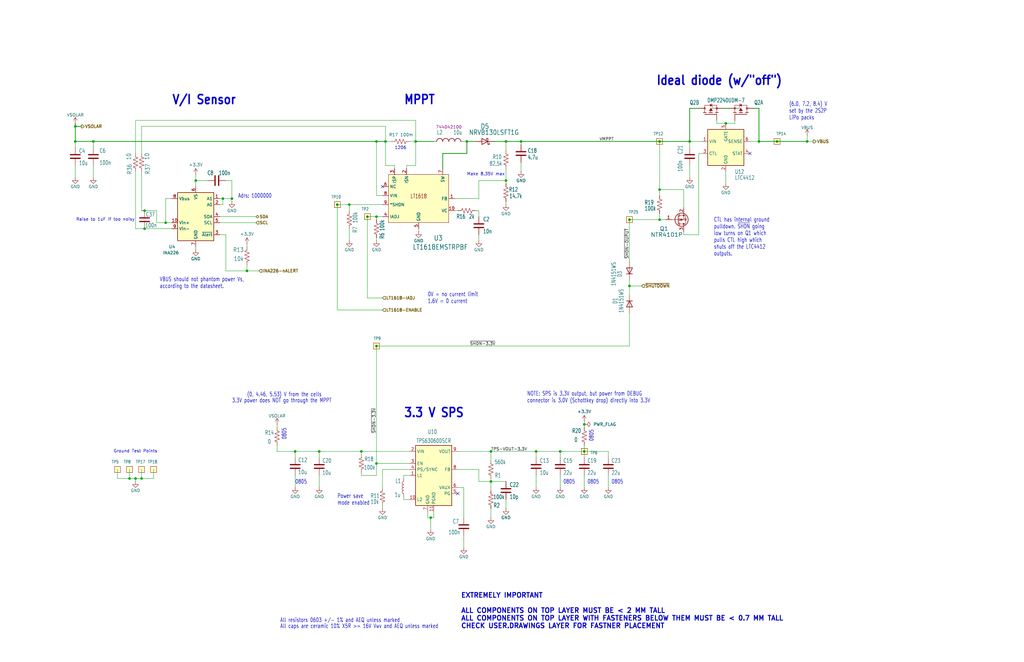
<source format=kicad_sch>
(kicad_sch (version 20250114) (generator "eeschema") (generator_version "9.0")
  (paper "USLedger")
  (title_block (title "OreSat Solar Module: GaAs + MCXN") (date "2026-01-07") (rev "1.0") (company "Portland State Aerospace Society"))
  (text "0805" (at 247.65 204.47 0) (effects (font (size 1.778 1.27)) (justify left bottom)))
  (text "CTL has internal ground\npulldown. ~{SHDN} going\nlow turns on Q1 which\npulls CTL high which\nshuts off the LTC4412\noutputs." (at 300.99 108.204 0) (effects (font (size 1.778 1.27)) (justify left bottom)))
  (text "(0, 4.46, 5.53) V from the cells" (at 104.14 167.64 0) (effects (font (size 1.778 1.27)) (justify left bottom)))
  (text "Ground Test Points" (at 57.15 190.5 0) (effects (font (size 1.27 1.27))))
  (text "Make 8.35V max" (at 196.85 74.295 0) (effects (font (size 1.27 1.27)) (justify left bottom)))
  (text "Raise to 1uF if too noisy" (at 44.45 92.71 0) (effects (font (size 1.27 1.27))))
  (text "All resistors 0603 +/- 1% and AEQ unless marked" (at 118.11 262.89 0) (effects (font (size 1.778 1.27)) (justify left bottom)))
  (text "NOTE: SPS is 3.3V output, but power from DEBUG\nconnector is 3.0V (Schottkey drop) directly into 3.3V" (at 222.25 170.18 0) (effects (font (size 1.778 1.27)) (justify left bottom)))
  (text "0805" (at 120.904 185.674 90) (effects (font (size 1.778 1.27)) (justify left bottom)))
  (text "Power save\nmode enabled" (at 142.24 213.36 0) (effects (font (size 1.778 1.27)) (justify left bottom)))
  (text "3.3 V SPS" (at 170.18 176.53 0) (effects (font (size 3.81 3.2385) (thickness 0.6477) (bold yes)) (justify left bottom)))
  (text "EXTREMELY IMPORTANT\n\nALL COMPONENTS ON TOP LAYER MUST BE < 2 MM TALL\nALL COMPONENTS ON TOP LAYER WITH FASTENERS BELOW THEM MUST BE < 0.7 MM TALL\nCHECK USER.DRAWINGS LAYER FOR FASTNER PLACEMENT\n" (at 194.31 265.43 0) (effects (font (size 2 2) (thickness 0.4) (bold yes)) (justify left bottom)))
  (text "MPPT" (at 170.18 44.45 0) (effects (font (size 3.81 3.2385) (thickness 0.6477) (bold yes)) (justify left bottom)))
  (text "All caps are ceramic 10% X5R >= 16V Vwv and AEQ unless marked" (at 118.11 265.43 0) (effects (font (size 1.778 1.27)) (justify left bottom)))
  (text "Ideal diode (w/\"off\")" (at 276.606 36.322 0) (effects (font (size 3.81 3.2385) (thickness 0.6477) (bold yes)) (justify left bottom)))
  (text "0805" (at 237.49 204.47 0) (effects (font (size 1.778 1.27)) (justify left bottom)))
  (text "0805" (at 124.46 204.47 0) (effects (font (size 1.778 1.27)) (justify left bottom)))
  (text "0805" (at 250.444 186.436 90) (effects (font (size 1.778 1.27)) (justify left bottom)))
  (text "VBUS should not phantom power Vs,\naccording to the datasheet." (at 67.31 121.92 0) (effects (font (size 1.778 1.27)) (justify left bottom)))
  (text "3.3V power does NOT go through the MPPT" (at 97.79 170.18 0) (effects (font (size 1.778 1.27)) (justify left bottom)))
  (text "V/I Sensor" (at 72.39 44.45 0) (effects (font (size 3.81 3.2385) (thickness 0.6477) (bold yes)) (justify left bottom)))
  (text "0V = no current limit\n1.6V = 0 current" (at 180.34 128.27 0) (effects (font (size 1.778 1.27)) (justify left bottom)))
  (text "0805" (at 257.81 204.47 0) (effects (font (size 1.778 1.27)) (justify left bottom)))
  (text "1206" (at 168.91 62.484 0) (effects (font (size 1.27 1.27))))
  (text "Adrs: 1000000" (at 100.33 83.82 0) (effects (font (size 1.778 1.27)) (justify left bottom)))
  (text "(6.0, 7.2, 8.4) V\nset by the 2S2P\nLiPo packs" (at 332.74 50.8 0) (effects (font (size 1.778 1.27)) (justify left bottom)))
  (junction (at 60.96 88.9))
  (junction (at 54.61 201.93))
  (junction (at 306.07 52.07))
  (junction (at 213.36 76.2))
  (junction (at 175.26 59.69))
  (junction (at 97.79 83.82))
  (junction (at 152.4 190.5))
  (junction (at 265.43 120.65))
  (junction (at 60.96 96.52))
  (junction (at 278.13 92.71))
  (junction (at 327.66 59.69))
  (junction (at 158.75 195.58))
  (junction (at 69.85 93.98))
  (junction (at 219.71 59.69))
  (junction (at 213.36 59.69))
  (junction (at 59.69 201.93))
  (junction (at 340.36 59.69))
  (junction (at 142.24 86.36))
  (junction (at 196.85 59.69))
  (junction (at 236.22 190.5))
  (junction (at 207.01 203.2))
  (junction (at 265.43 92.71))
  (junction (at 158.75 91.44))
  (junction (at 320.04 59.69))
  (junction (at 158.75 59.69))
  (junction (at 226.06 190.5))
  (junction (at 82.55 76.2))
  (junction (at 181.61 218.44))
  (junction (at 162.56 59.69))
  (junction (at 134.62 190.5))
  (junction (at 158.75 146.05))
  (junction (at 57.15 201.93))
  (junction (at 31.75 59.69))
  (junction (at 290.83 59.69))
  (junction (at 104.14 114.3))
  (junction (at 278.13 59.69))
  (junction (at 39.37 59.69))
  (junction (at 154.94 91.44))
  (junction (at 278.13 80.01))
  (junction (at 246.38 190.5))
  (junction (at 246.38 179.07))
  (junction (at 147.32 86.36))
  (junction (at 93.98 83.82))
  (junction (at 31.75 53.34))
  (junction (at 124.46 190.5))
  (junction (at 207.01 190.5))
  (no_connect (at 316.23 64.77))
  (no_connect (at 193.04 208.28))
  (no_connect (at 161.29 78.74))
  (wire (pts (xy 154.94 125.73) (xy 154.94 91.44)) (stroke (width 0.1524)))
  (wire (pts (xy 134.62 200.66) (xy 134.62 205.74)))
  (wire (pts (xy 213.36 62.23) (xy 213.36 59.69)) (stroke (width 0.1524)))
  (wire (pts (xy 175.26 69.85) (xy 171.45 69.85)) (stroke (width 0.1524)))
  (wire (pts (xy 207.01 203.2) (xy 213.36 203.2)) (stroke (width 0.1524)))
  (wire (pts (xy 175.26 67.31) (xy 175.26 69.85)))
  (wire (pts (xy 207.01 205.74) (xy 207.01 207.01)))
  (wire (pts (xy 57.15 201.93) (xy 57.15 203.2)))
  (wire (pts (xy 226.06 203.2) (xy 226.06 205.74)))
  (wire (pts (xy 82.55 76.2) (xy 87.63 76.2)) (stroke (width 0.1524)))
  (wire (pts (xy 290.83 45.72) (xy 294.64 45.72)) (stroke (width 0.3048)))
  (wire (pts (xy 290.83 62.23) (xy 290.83 59.69)) (stroke (width 0.1524)))
  (wire (pts (xy 207.01 214.63) (xy 207.01 218.44)))
  (wire (pts (xy 175.26 59.69) (xy 182.88 59.69)) (stroke (width 0.3048)))
  (wire (pts (xy 195.58 226.06) (xy 195.58 228.6)) (stroke (width 0.1524)))
  (wire (pts (xy 290.83 45.72) (xy 290.83 59.69)) (stroke (width 0.3048)))
  (wire (pts (xy 302.26 50.8) (xy 302.26 52.07)) (stroke (width 0.1524)))
  (wire (pts (xy 200.66 59.69) (xy 196.85 59.69)) (stroke (width 0.3048)))
  (wire (pts (xy 39.37 72.39) (xy 39.37 69.85)) (stroke (width 0.1524)))
  (wire (pts (xy 213.36 59.69) (xy 208.28 59.69)) (stroke (width 0.3048)))
  (wire (pts (xy 57.15 50.8) (xy 175.26 50.8)) (stroke (width 0.1524)))
  (wire (pts (xy 213.36 59.69) (xy 219.71 59.69)) (stroke (width 0.3048)))
  (wire (pts (xy 152.4 190.5) (xy 172.72 190.5)) (stroke (width 0.1524)))
  (wire (pts (xy 278.13 90.17) (xy 278.13 91.44)))
  (wire (pts (xy 201.93 203.2) (xy 201.93 198.12)) (stroke (width 0.1524)))
  (wire (pts (xy 288.29 99.06) (xy 294.64 99.06)) (stroke (width 0.1524)))
  (wire (pts (xy 213.36 72.39) (xy 213.36 76.2)) (stroke (width 0.1524)))
  (wire (pts (xy 31.75 72.39) (xy 31.75 74.93)))
  (wire (pts (xy 60.96 96.52) (xy 72.39 96.52)) (stroke (width 0.1524)))
  (wire (pts (xy 162.56 67.31) (xy 162.56 69.85)))
  (wire (pts (xy 124.46 193.04) (xy 124.46 190.5)) (stroke (width 0.1524)))
  (wire (pts (xy 207.01 203.2) (xy 201.93 203.2)) (stroke (width 0.1524)))
  (wire (pts (xy 82.55 76.2) (xy 82.55 73.66)) (stroke (width 0.1524)))
  (wire (pts (xy 181.61 220.98) (xy 181.61 218.44)) (stroke (width 0.1524)))
  (wire (pts (xy 39.37 59.69) (xy 158.75 59.69)) (stroke (width 0.3048)))
  (wire (pts (xy 92.71 93.98) (xy 107.95 93.98)) (stroke (width 0.1524)))
  (wire (pts (xy 162.56 53.34) (xy 162.56 59.69)))
  (wire (pts (xy 320.04 45.72) (xy 317.5 45.72)) (stroke (width 0.3048)))
  (wire (pts (xy 92.71 91.44) (xy 97.79 91.44)))
  (wire (pts (xy 320.04 59.69) (xy 327.66 59.69)) (stroke (width 0.3048)))
  (wire (pts (xy 92.71 86.36) (xy 93.98 86.36)) (stroke (width 0.1524)))
  (wire (pts (xy 181.61 218.44) (xy 182.88 218.44)) (stroke (width 0.1524)))
  (wire (pts (xy 31.75 59.69) (xy 39.37 59.69)) (stroke (width 0.3048)))
  (wire (pts (xy 172.72 59.69) (xy 175.26 59.69)))
  (wire (pts (xy 57.15 50.8) (xy 57.15 64.77)) (stroke (width 0.1524)))
  (wire (pts (xy 290.83 72.39) (xy 290.83 69.85)) (stroke (width 0.1524)))
  (wire (pts (xy 161.29 82.55) (xy 158.75 82.55)) (stroke (width 0.1524)))
  (wire (pts (xy 306.07 72.39) (xy 306.07 77.47)))
  (wire (pts (xy 288.29 80.01) (xy 278.13 80.01)) (stroke (width 0.1524)))
  (wire (pts (xy 236.22 190.5) (xy 226.06 190.5)) (stroke (width 0.1524)))
  (wire (pts (xy 175.26 59.69) (xy 175.26 67.31)) (stroke (width 0.1524)))
  (wire (pts (xy 95.25 99.06) (xy 95.25 114.3)) (stroke (width 0.1524)))
  (wire (pts (xy 182.88 218.44) (xy 182.88 215.9)) (stroke (width 0.1524)))
  (wire (pts (xy 97.79 83.82) (xy 97.79 85.09)))
  (wire (pts (xy 236.22 203.2) (xy 236.22 205.74)))
  (wire (pts (xy 49.53 198.12) (xy 49.53 201.93)))
  (wire (pts (xy 207.01 193.04) (xy 207.01 194.31)))
  (wire (pts (xy 31.75 53.34) (xy 31.75 52.07)) (stroke (width 0.3048)))
  (wire (pts (xy 195.58 228.6) (xy 195.58 231.14)))
  (wire (pts (xy 256.54 190.5) (xy 256.54 193.04)) (stroke (width 0.1524)))
  (wire (pts (xy 142.24 130.81) (xy 161.29 130.81)) (stroke (width 0.1524)))
  (wire (pts (xy 213.36 212.09) (xy 213.36 210.82)) (stroke (width 0.1524)))
  (wire (pts (xy 207.01 203.2) (xy 207.01 205.74)) (stroke (width 0.1524)))
  (wire (pts (xy 193.04 190.5) (xy 207.01 190.5)) (stroke (width 0.1524)))
  (wire (pts (xy 236.22 203.2) (xy 236.22 200.66)) (stroke (width 0.1524)))
  (wire (pts (xy 158.75 195.58) (xy 172.72 195.58)) (stroke (width 0.1524)))
  (wire (pts (xy 302.26 52.07) (xy 306.07 52.07)) (stroke (width 0.1524)))
  (wire (pts (xy 309.88 52.07) (xy 309.88 50.8)) (stroke (width 0.1524)))
  (wire (pts (xy 95.25 114.3) (xy 104.14 114.3)) (stroke (width 0.1524)))
  (wire (pts (xy 294.64 64.77) (xy 294.64 66.04)))
  (wire (pts (xy 207.01 190.5) (xy 226.06 190.5)) (stroke (width 0.1524)))
  (wire (pts (xy 180.34 218.44) (xy 181.61 218.44)) (stroke (width 0.1524)))
  (wire (pts (xy 116.84 190.5) (xy 116.84 187.96)) (stroke (width 0.1524)))
  (wire (pts (xy 213.36 85.09) (xy 213.36 86.36)))
  (wire (pts (xy 193.04 198.12) (xy 201.93 198.12)) (stroke (width 0.1524)))
  (wire (pts (xy 193.04 205.74) (xy 195.58 205.74)) (stroke (width 0.1524)))
  (wire (pts (xy 246.38 203.2) (xy 246.38 205.74)))
  (wire (pts (xy 66.04 93.98) (xy 69.85 93.98)) (stroke (width 0.1524)))
  (wire (pts (xy 278.13 91.44) (xy 278.13 92.71)) (stroke (width 0.1524)))
  (wire (pts (xy 31.75 59.69) (xy 31.75 62.23)))
  (wire (pts (xy 59.69 53.34) (xy 162.56 53.34)) (stroke (width 0.1524)))
  (wire (pts (xy 288.29 97.79) (xy 288.29 99.06)) (stroke (width 0.1524)))
  (wire (pts (xy 294.64 99.06) (xy 294.64 66.04)) (stroke (width 0.1524)))
  (wire (pts (xy 134.62 190.5) (xy 124.46 190.5)) (stroke (width 0.1524)))
  (wire (pts (xy 278.13 59.69) (xy 278.13 80.01)) (stroke (width 0.1524)))
  (wire (pts (xy 226.06 200.66) (xy 226.06 203.2)) (stroke (width 0.1524)))
  (wire (pts (xy 294.64 64.77) (xy 295.91 64.77)))
  (wire (pts (xy 265.43 132.08) (xy 265.43 146.05)))
  (wire (pts (xy 195.58 205.74) (xy 195.58 218.44)) (stroke (width 0.1524)))
  (wire (pts (xy 278.13 80.01) (xy 278.13 81.28)) (stroke (width 0.1524)))
  (wire (pts (xy 147.32 97.79) (xy 147.32 101.6)) (stroke (width 0.1524)))
  (wire (pts (xy 57.15 96.52) (xy 57.15 72.39)) (stroke (width 0.1524)))
  (wire (pts (xy 201.93 91.44) (xy 201.93 88.9)) (stroke (width 0.1524)))
  (wire (pts (xy 161.29 198.12) (xy 172.72 198.12)) (stroke (width 0.1524)))
  (wire (pts (xy 54.61 201.93) (xy 54.61 198.12)))
  (wire (pts (xy 124.46 200.66) (xy 124.46 203.2)) (stroke (width 0.1524)))
  (wire (pts (xy 60.96 88.9) (xy 59.69 88.9)))
  (wire (pts (xy 64.77 198.12) (xy 64.77 201.93)))
  (wire (pts (xy 265.43 120.65) (xy 265.43 124.46)))
  (wire (pts (xy 213.36 76.2) (xy 201.93 76.2)) (stroke (width 0.1524)))
  (wire (pts (xy 134.62 190.5) (xy 134.62 193.04)) (stroke (width 0.1524)))
  (wire (pts (xy 147.32 96.52) (xy 147.32 97.79)))
  (wire (pts (xy 59.69 73.66) (xy 59.69 88.9)) (stroke (width 0.1524)))
  (wire (pts (xy 278.13 92.71) (xy 265.43 92.71)) (stroke (width 0.1524)))
  (wire (pts (xy 196.85 64.77) (xy 196.85 59.69)) (stroke (width 0.3048)))
  (wire (pts (xy 278.13 59.69) (xy 290.83 59.69)) (stroke (width 0.3048)))
  (wire (pts (xy 158.75 195.58) (xy 158.75 146.05)) (stroke (width 0.1524)))
  (wire (pts (xy 147.32 86.36) (xy 142.24 86.36)) (stroke (width 0.1524)))
  (wire (pts (xy 171.45 69.85) (xy 171.45 71.12)) (stroke (width 0.1524)))
  (wire (pts (xy 246.38 179.07) (xy 246.38 180.34)) (stroke (width 0.1524)))
  (wire (pts (xy 186.69 64.77) (xy 196.85 64.77)) (stroke (width 0.3048)))
  (wire (pts (xy 207.01 193.04) (xy 207.01 190.5)) (stroke (width 0.1524)))
  (wire (pts (xy 161.29 86.36) (xy 147.32 86.36)) (stroke (width 0.1524)))
  (wire (pts (xy 134.62 190.5) (xy 152.4 190.5)) (stroke (width 0.1524)))
  (wire (pts (xy 49.53 201.93) (xy 54.61 201.93)))
  (wire (pts (xy 200.66 88.9) (xy 201.93 88.9)))
  (wire (pts (xy 280.67 92.71) (xy 278.13 92.71)) (stroke (width 0.1524)))
  (wire (pts (xy 154.94 91.44) (xy 158.75 91.44)) (stroke (width 0.1524)))
  (wire (pts (xy 92.71 83.82) (xy 93.98 83.82)))
  (wire (pts (xy 39.37 59.69) (xy 39.37 62.23)))
  (wire (pts (xy 278.13 81.28) (xy 278.13 82.55)))
  (wire (pts (xy 69.85 83.82) (xy 72.39 83.82)) (stroke (width 0.1524)))
  (wire (pts (xy 93.98 83.82) (xy 97.79 83.82)))
  (wire (pts (xy 39.37 72.39) (xy 39.37 74.93)))
  (wire (pts (xy 162.56 59.69) (xy 162.56 67.31)) (stroke (width 0.1524)))
  (wire (pts (xy 59.69 72.39) (xy 59.69 73.66)))
  (wire (pts (xy 181.61 220.98) (xy 181.61 223.52)))
  (wire (pts (xy 170.18 210.82) (xy 172.72 210.82)))
  (wire (pts (xy 158.75 91.44) (xy 161.29 91.44)) (stroke (width 0.1524)))
  (wire (pts (xy 180.34 215.9) (xy 180.34 218.44)) (stroke (width 0.1524)))
  (wire (pts (xy 213.36 212.09) (xy 213.36 214.63)))
  (wire (pts (xy 256.54 203.2) (xy 256.54 200.66)) (stroke (width 0.1524)))
  (wire (pts (xy 161.29 213.36) (xy 161.29 214.63)))
  (wire (pts (xy 97.79 91.44) (xy 107.95 91.44)) (stroke (width 0.1524)))
  (wire (pts (xy 213.36 71.12) (xy 213.36 72.39)))
  (wire (pts (xy 219.71 69.85) (xy 219.71 72.39)))
  (wire (pts (xy 152.4 200.66) (xy 158.75 200.66)) (stroke (width 0.1524)))
  (wire (pts (xy 161.29 125.73) (xy 154.94 125.73)) (stroke (width 0.1524)))
  (wire (pts (xy 340.36 59.69) (xy 340.36 57.15)) (stroke (width 0.1524)))
  (wire (pts (xy 306.07 52.07) (xy 309.88 52.07)) (stroke (width 0.1524)))
  (wire (pts (xy 175.26 50.8) (xy 175.26 59.69)))
  (wire (pts (xy 82.55 78.74) (xy 82.55 76.2)) (stroke (width 0.1524)))
  (wire (pts (xy 31.75 53.34) (xy 34.29 53.34)) (stroke (width 0.3048)))
  (wire (pts (xy 97.79 76.2) (xy 97.79 83.82)))
  (wire (pts (xy 195.58 59.69) (xy 196.85 59.69)))
  (wire (pts (xy 176.53 96.52) (xy 176.53 97.79)) (stroke (width 0.1524)))
  (wire (pts (xy 59.69 53.34) (xy 59.69 64.77)) (stroke (width 0.1524)))
  (wire (pts (xy 236.22 193.04) (xy 236.22 190.5)) (stroke (width 0.1524)))
  (wire (pts (xy 158.75 82.55) (xy 158.75 59.69)) (stroke (width 0.1524)))
  (wire (pts (xy 97.79 76.2) (xy 95.25 76.2)) (stroke (width 0.1524)))
  (wire (pts (xy 327.66 59.69) (xy 340.36 59.69)) (stroke (width 0.3048)))
  (wire (pts (xy 288.29 80.01) (xy 288.29 87.63)) (stroke (width 0.1524)))
  (wire (pts (xy 246.38 190.5) (xy 236.22 190.5)) (stroke (width 0.1524)))
  (wire (pts (xy 340.36 59.69) (xy 342.9 59.69)) (stroke (width 0.1524)))
  (wire (pts (xy 66.04 88.9) (xy 66.04 93.98)) (stroke (width 0.1524)))
  (wire (pts (xy 226.06 190.5) (xy 226.06 193.04)) (stroke (width 0.1524)))
  (wire (pts (xy 246.38 177.8) (xy 246.38 179.07)))
  (wire (pts (xy 147.32 87.63) (xy 147.32 86.36)) (stroke (width 0.1524)))
  (wire (pts (xy 147.32 87.63) (xy 147.32 88.9)))
  (wire (pts (xy 152.4 190.5) (xy 152.4 191.77)))
  (wire (pts (xy 162.56 69.85) (xy 166.37 69.85)) (stroke (width 0.1524)))
  (wire (pts (xy 69.85 93.98) (xy 72.39 93.98)) (stroke (width 0.1524)))
  (wire (pts (xy 246.38 203.2) (xy 246.38 200.66)) (stroke (width 0.1524)))
  (wire (pts (xy 219.71 69.85) (xy 219.71 68.58)) (stroke (width 0.1524)))
  (wire (pts (xy 265.43 120.65) (xy 270.51 120.65)))
  (wire (pts (xy 57.15 96.52) (xy 60.96 96.52)) (stroke (width 0.1524)))
  (wire (pts (xy 64.77 201.93) (xy 59.69 201.93)))
  (wire (pts (xy 95.25 99.06) (xy 92.71 99.06)) (stroke (width 0.1524)))
  (wire (pts (xy 246.38 190.5) (xy 256.54 190.5)) (stroke (width 0.1524)))
  (wire (pts (xy 201.93 83.82) (xy 191.77 83.82)) (stroke (width 0.1524)))
  (wire (pts (xy 161.29 198.12) (xy 161.29 204.47)))
  (wire (pts (xy 265.43 92.71) (xy 265.43 110.49)))
  (wire (pts (xy 162.56 59.69) (xy 165.1 59.69)))
  (wire (pts (xy 60.96 88.9) (xy 66.04 88.9)))
  (wire (pts (xy 69.85 83.82) (xy 69.85 93.98)) (stroke (width 0.1524)))
  (wire (pts (xy 59.69 88.9) (xy 60.96 88.9)) (stroke (width 0.1524)))
  (wire (pts (xy 246.38 193.04) (xy 246.38 190.5)) (stroke (width 0.1524)))
  (wire (pts (xy 316.23 59.69) (xy 320.04 59.69)))
  (wire (pts (xy 104.14 114.3) (xy 104.14 111.76)) (stroke (width 0.1524)))
  (wire (pts (xy 104.14 114.3) (xy 109.22 114.3)) (stroke (width 0.1524)))
  (wire (pts (xy 31.75 59.69) (xy 31.75 53.34)) (stroke (width 0.3048)))
  (wire (pts (xy 82.55 105.41) (xy 82.55 104.14)) (stroke (width 0.1524)))
  (wire (pts (xy 201.93 99.06) (xy 201.93 101.6)))
  (wire (pts (xy 265.43 118.11) (xy 265.43 120.65)))
  (wire (pts (xy 161.29 204.47) (xy 161.29 205.74)) (stroke (width 0.1524)))
  (wire (pts (xy 31.75 69.85) (xy 31.75 72.39)) (stroke (width 0.1524)))
  (wire (pts (xy 124.46 190.5) (xy 116.84 190.5)) (stroke (width 0.1524)))
  (wire (pts (xy 158.75 146.05) (xy 265.43 146.05)) (stroke (width 0.1524)))
  (wire (pts (xy 152.4 200.66) (xy 152.4 199.39)) (stroke (width 0.1524)))
  (wire (pts (xy 116.84 179.07) (xy 116.84 180.34)))
  (wire (pts (xy 207.01 201.93) (xy 207.01 203.2)))
  (wire (pts (xy 166.37 69.85) (xy 166.37 71.12)) (stroke (width 0.1524)))
  (wire (pts (xy 170.18 210.82) (xy 170.18 209.55)))
  (wire (pts (xy 213.36 76.2) (xy 213.36 77.47)) (stroke (width 0.1524)))
  (wire (pts (xy 57.15 201.93) (xy 59.69 201.93)))
  (wire (pts (xy 93.98 83.82) (xy 93.98 86.36)) (stroke (width 0.1524)))
  (wire (pts (xy 59.69 201.93) (xy 59.69 198.12)))
  (wire (pts (xy 158.75 91.44) (xy 158.75 92.71)))
  (wire (pts (xy 57.15 201.93) (xy 54.61 201.93)))
  (wire (pts (xy 219.71 60.96) (xy 219.71 59.69)))
  (wire (pts (xy 201.93 76.2) (xy 201.93 83.82)) (stroke (width 0.1524)))
  (wire (pts (xy 213.36 62.23) (xy 213.36 63.5)))
  (wire (pts (xy 320.04 45.72) (xy 320.04 59.69)) (stroke (width 0.3048)))
  (wire (pts (xy 256.54 203.2) (xy 256.54 205.74)))
  (wire (pts (xy 219.71 59.69) (xy 278.13 59.69)) (stroke (width 0.3048)))
  (wire (pts (xy 170.18 201.93) (xy 170.18 200.66)))
  (wire (pts (xy 304.8 45.72) (xy 307.34 45.72)) (stroke (width 0.3048)))
  (wire (pts (xy 124.46 203.2) (xy 124.46 205.74)))
  (wire (pts (xy 158.75 59.69) (xy 162.56 59.69)) (stroke (width 0.3048)))
  (wire (pts (xy 142.24 86.36) (xy 142.24 130.81)) (stroke (width 0.1524)))
  (wire (pts (xy 290.83 72.39) (xy 290.83 74.93)))
  (wire (pts (xy 186.69 71.12) (xy 186.69 64.77)) (stroke (width 0.3048)))
  (wire (pts (xy 104.14 102.87) (xy 104.14 104.14)))
  (wire (pts (xy 158.75 100.33) (xy 158.75 101.6)))
  (wire (pts (xy 170.18 200.66) (xy 172.72 200.66)))
  (wire (pts (xy 193.04 88.9) (xy 191.77 88.9)) (stroke (width 0.1524)))
  (wire (pts (xy 290.83 59.69) (xy 295.91 59.69)))
  (wire (pts (xy 246.38 187.96) (xy 246.38 190.5)))
  (wire (pts (xy 158.75 200.66) (xy 158.75 195.58)) (stroke (width 0.1524)))
  (label "~{SHDN-3.3V}" (at 158.75 182.88 90) (effects (font (size 1.2446 1.2446))))
  (label "VMPPT" (at 252.73 59.69 0) (effects (font (size 1.2446 1.2446))))
  (label "TPS-VOUT-3.3V" (at 207.01 190.5 0) (effects (font (size 1.2446 1.2446))))
  (label "~{SHDN-3.3V}" (at 198.12 146.05 0) (effects (font (size 1.2446 1.2446))))
  (label "~{SHDN-OUPUT}" (at 265.43 109.22 90) (effects (font (size 1.2446 1.2446))))
  (hierarchical_label "LT1618-ENABLE" (shape input) (at 161.29 130.81 0) (effects (font (size 1.2446 1.2446) (thickness 0.2489) (bold yes))))
  (hierarchical_label "SDA" (shape bidirectional) (at 107.95 91.44 0) (effects (font (size 1.2446 1.2446) (thickness 0.2489) (bold yes))))
  (hierarchical_label "LT1618-IADJ" (shape input) (at 161.29 125.73 0) (effects (font (size 1.2446 1.2446) (thickness 0.2489) (bold yes))))
  (hierarchical_label "VBUS" (shape output) (at 342.9 59.69 0) (effects (font (thickness 0.254) (bold yes))))
  (hierarchical_label "~{SHUTDOWN}" (shape input) (at 270.51 120.65 0) (effects (font (thickness 0.254) (bold yes))))
  (hierarchical_label "INA226-nALERT" (shape input) (at 109.22 114.3 0) (effects (font (thickness 0.254) (bold yes))))
  (hierarchical_label "SCL" (shape input) (at 107.95 93.98 0) (effects (font (size 1.2446 1.2446) (thickness 0.2489) (bold yes))))
  (hierarchical_label "VSOLAR" (shape output) (at 34.29 53.34 0) (effects (font (thickness 0.254) (bold yes))))
  (symbol (lib_id "power:GND") (at 226.06 205.74 0) (mirror y) (unit 1)
    (property "Reference" "#PWR25" (effects (hide yes)))
    (property "Value" "GND" (at 226.06 209.55 0))
    (property "Description" "Power symbol creates a global label with name \"GND\" , ground" (effects (hide yes)))
  )
  (symbol (lib_id "power:GND") (at 176.53 97.79 0) (unit 1)
    (property "Reference" "#PWR5" (effects (hide yes)))
    (property "Value" "GND" (at 176.53 101.6 0))
    (property "Description" "Power symbol creates a global label with name \"GND\" , ground" (effects (hide yes)))
  )
  (symbol (lib_id "Device:C") (at 236.22 196.85 0) (unit 1)
    (property "Reference" "C15" (at 237.49 195.326 0) (effects (font (size 1.778 1.27)) (justify left bottom)))
    (property "Value" "22u" (at 237.49 200.406 0) (effects (font (size 1.778 1.27)) (justify left bottom)))
    (property "Footprint" "oresat-passives:0805-C-NOSILK" (effects (hide yes)))
    (property "Datasheet" "https://search.murata.co.jp/Ceramy/image/img/A01X/G101/ENG/GRM21BR61E226ME44-01.pdf" (effects (hide yes)))
    (property "Description" "22 µF ±20% 25V Ceramic Capacitor X5R 0805 (2012 Metric)" (effects (hide yes)))
    (property "DIS" "DigiKey" (effects (hide yes)))
    (property "DPN" "490-9959-1-ND" (effects (hide yes)))
    (property "MFR" "Murata Electronics" (effects (hide yes)))
    (property "MPN" "GRM21BR61E226ME44L" (effects (hide yes)))
  )
  (symbol (lib_id "Transistor_FET:NTR2101P") (at 285.75 92.71 0) (mirror x) (unit 1)
    (property "Reference" "Q1" (at 278.13 96.52 0) (effects (font (size 1.75 1.75)) (justify left)))
    (property "Value" "NTR4101P" (at 274.32 99.06 0) (effects (font (size 1.75 1.75)) (justify left)))
    (property "Footprint" "Package_TO_SOT_SMD:SOT-23" (effects (hide yes)))
    (property "Datasheet" "http://www.onsemi.com/pub/Collateral/NTR2101P-D.PDF" (effects (hide yes)))
    (property "Description" "P-Channel 20V 1.8A (Ta) 420mW (Ta) Surface Mount SOT-23-3 (TO-236)" (effects (hide yes)))
    (property "DPN" "NTR4101PT1GOSCT-ND" (effects (hide yes)))
    (property "MFR" "On Semiconductor" (effects (hide yes)))
    (property "MPN" "NTR4101PT1G" (effects (hide yes)))
    (property "DIS" "DIgiKey" (effects (hide yes)))
  )
  (symbol (lib_id "Device:R_US") (at 213.36 81.28 180) (unit 1)
    (property "Reference" "R12" (at 218.44 78.994 0) (effects (font (size 1.778 1.27)) (justify left bottom)))
    (property "Value" "14.7k" (at 220.218 81.788 0) (effects (font (size 1.778 1.27)) (justify left bottom)))
    (property "Footprint" "oresat-passives:0603-C-NOSILK" (effects (hide yes)))
    (property "Datasheet" "https://www.seielect.com/catalog/sei-rmcf_rmcp.pdf" (effects (hide yes)))
    (property "Description" "14.7 kOhms ±1% 0.1W, 1/10W Chip Resistor 0603 (1608 Metric) Automotive AEC-Q200 Thick Film" (effects (hide yes)))
    (property "DIS" "Digi-Key" (effects (hide yes)))
    (property "DPN" "RMCF0603FT14K7TR-ND" (effects (hide yes)))
    (property "MFR" "Stackpole Electronics Inc" (effects (hide yes)))
    (property "MPN" "RMCF0603FT14K7" (effects (hide yes)))
  )
  (symbol (lib_id "Device:C") (at 91.44 76.2 90) (mirror x) (unit 1)
    (property "Reference" "C8" (at 87.376 73.914 90) (effects (font (size 1.778 1.27)) (justify right bottom)))
    (property "Value" "100n" (at 92.202 73.914 90) (effects (font (size 1.778 1.27)) (justify right bottom)))
    (property "Footprint" "oresat-passives:0603-C-NOSILK" (effects (hide yes)))
    (property "Datasheet" "https://mm.digikey.com/Volume0/opasdata/d220001/medias/docus/1068/TMK107BJ104KAHT_SS.pdf" (effects (hide yes)))
    (property "Description" "100 nF (0.1µF) ±10% 25V Ceramic Capacitor X5R 0603 (1608 Metric)" (effects (hide yes)))
    (property "DIS" "DigiKey" (effects (hide yes)))
    (property "DPN" "587-3472-1-ND" (effects (hide yes)))
    (property "MFR" "Taiyo Yuden" (effects (hide yes)))
    (property "MPN" "TMK107BJ104KAHT" (effects (hide yes)))
  )
  (symbol (lib_id "oresat-misc:Test-Point-0.75mm-th") (at 142.24 86.36 0) (unit 1) (in_bom no)
    (property "Reference" "TP10" (at 139.7 83.82 0) (effects (font (size 1.27 1.0795)) (justify left bottom)))
    (property "Value" "TEST-POINT-LARGE-SQUARE" (effects (hide yes)))
    (property "Footprint" "oresat-misc:TestPoint-0.75mm-th" (effects (hide yes)))
    (property "Description" "0.75 mm TH test point; good for scope probes and jumpers" (effects (hide yes)))
  )
  (symbol (lib_id "power:+3.3V") (at 104.14 102.87 0) (mirror y) (unit 1)
    (property "Reference" "#PWR056" (effects (hide yes)))
    (property "Value" "+3.3V" (at 104.14 98.7369 0))
    (property "Description" "Power symbol creates a global label with name \"+3.3V\"" (effects (hide yes)))
  )
  (symbol (lib_id "Device:R_US") (at 207.01 210.82 180) (unit 1)
    (property "Reference" "R2" (at 210.82 212.3186 0) (effects (font (size 1.778 1.27)) (justify left bottom)))
    (property "Value" "100k" (at 212.852 208.788 0) (effects (font (size 1.778 1.27)) (justify left bottom)))
    (property "Footprint" "oresat-passives:0603-C-NOSILK" (effects (hide yes)))
    (property "Datasheet" "https://www.seielect.com/catalog/sei-rmcf_rmcp.pdf" (effects (hide yes)))
    (property "Description" "100 kOhms ±5% 0.1W, 1/10W Chip Resistor 0603 (1608 Metric) Automotive AEC-Q200 Thick Film" (effects (hide yes)))
    (property "DIS" "DIgiKey" (effects (hide yes)))
    (property "DPN" "RMCF0603FT100KCT-ND" (effects (hide yes)))
    (property "MFR" "Stackpole Electronics Inc" (effects (hide yes)))
    (property "MPN" "RMCF0603FT100K" (effects (hide yes)))
  )
  (symbol (lib_id "power:GND") (at 181.61 223.52 0) (unit 1)
    (property "Reference" "#PWR14" (effects (hide yes)))
    (property "Value" "GND" (at 181.61 227.33 0))
    (property "Description" "Power symbol creates a global label with name \"GND\" , ground" (effects (hide yes)))
  )
  (symbol (lib_id "Device:C") (at 134.62 196.85 0) (unit 1)
    (property "Reference" "C20" (at 135.89 195.326 0) (effects (font (size 1.778 1.27)) (justify left bottom)))
    (property "Value" "10u" (at 135.89 200.406 0) (effects (font (size 1.778 1.27)) (justify left bottom)))
    (property "Footprint" "oresat-passives:0603-C-NOSILK" (effects (hide yes)))
    (property "Datasheet" "https://search.murata.co.jp/Ceramy/image/img/A01X/G101/ENG/GRT188R61C106KE13-01.pdf" (effects (hide yes)))
    (property "Description" "10 µF ±10% 16V Ceramic Capacitor X5R 0603 (1608 Metric)" (effects (hide yes)))
    (property "DIS" "DIgiKey" (effects (hide yes)))
    (property "DPN" "490-12317-1-ND" (effects (hide yes)))
    (property "MFR" "Murata Electronics" (effects (hide yes)))
    (property "MPN" "GRT188R61C106KE13D" (effects (hide yes)))
  )
  (symbol (lib_id "Device:C") (at 31.75 66.04 0) (unit 1)
    (property "Reference" "C4" (at 33.274 64.643 0) (effects (font (size 1.778 1.27)) (justify left bottom)))
    (property "Value" "10u" (at 33.274 69.723 0) (effects (font (size 1.778 1.27)) (justify left bottom)))
    (property "Footprint" "oresat-passives:0603-C-NOSILK" (effects (hide yes)))
    (property "Datasheet" "https://search.murata.co.jp/Ceramy/image/img/A01X/G101/ENG/GRT188R61C106KE13-01.pdf" (effects (hide yes)))
    (property "Description" "10 µF ±10% 16V Ceramic Capacitor X5R 0603 (1608 Metric)" (effects (hide yes)))
    (property "DIS" "DIgiKey" (effects (hide yes)))
    (property "DPN" "490-12317-1-ND" (effects (hide yes)))
    (property "MFR" "Murata Electronics" (effects (hide yes)))
    (property "MPN" "GRT188R61C106KE13D" (effects (hide yes)))
  )
  (symbol (lib_id "oresat-misc:Test-Point-0.75mm-th") (at 64.77 198.12 0) (unit 1) (in_bom no)
    (property "Reference" "TP18" (at 62.23 195.58 0) (effects (font (size 1.27 1.0795)) (justify left bottom)))
    (property "Value" "TEST-POINT-LARGE-SQUARE" (effects (hide yes)))
    (property "Footprint" "oresat-misc:TestPoint-0.75mm-th" (effects (hide yes)))
    (property "Description" "0.75 mm TH test point; good for scope probes and jumpers" (effects (hide yes)))
  )
  (symbol (lib_id "power:GND") (at 57.15 203.2 0) (unit 1)
    (property "Reference" "#PWR21" (effects (hide yes)))
    (property "Value" "GND" (at 57.15 207.01 0))
    (property "Description" "Power symbol creates a global label with name \"GND\" , ground" (effects (hide yes)))
  )
  (symbol (lib_id "power:GND") (at 134.62 205.74 0) (unit 1)
    (property "Reference" "#PWR24" (effects (hide yes)))
    (property "Value" "GND" (at 134.62 209.55 0))
    (property "Description" "Power symbol creates a global label with name \"GND\" , ground" (effects (hide yes)))
  )
  (symbol (lib_id "Device:C") (at 201.93 95.25 0) (unit 1)
    (property "Reference" "C2" (at 203.708 93.472 0) (effects (font (size 1.778 1.27)) (justify left bottom)))
    (property "Value" "10n" (at 203.708 98.552 0) (effects (font (size 1.778 1.27)) (justify left bottom)))
    (property "Footprint" "oresat-passives:0603-C-NOSILK" (effects (hide yes)))
    (property "Datasheet" "https://mm.digikey.com/Volume0/opasdata/d220001/medias/docus/2313/ESD_COG_Dielectric.pdf" (effects (hide yes)))
    (property "Description" "10 nF (10000pF) ±10% 50V Ceramic Capacitor X7R 0603 (1608 Metric)" (effects (hide yes)))
    (property "DIS" "DIgiKey" (effects (hide yes)))
    (property "DPN" "399-14102-1-ND" (effects (hide yes)))
    (property "MFR" "KEMET" (effects (hide yes)))
    (property "MPN" "C0603C103J3GECAUTO" (effects (hide yes)))
  )
  (symbol (lib_id "Device:L") (at 170.18 205.74 180) (unit 1)
    (property "Reference" "L1" (at 167.894 202.946 0) (effects (font (size 1.778 1.27))))
    (property "Value" "1u" (at 167.64 208.788 0) (effects (font (size 1.778 1.27))))
    (property "Footprint" "oresat-passives:IND_1226AS-H-1R0N=P2" (effects (hide yes)))
    (property "Datasheet" "https://www.murata.com/~/media/webrenewal/products/inductor/chip/tokoproducts/wirewoundferritetypeforpl/m_dem2818c.ashx" (effects (hide yes)))
    (property "Description" "1 µH Shielded Drum Core, Wirewound Inductor 3.7 A 29mOhm Max Nonstandard" (effects (hide yes)))
    (property "DIS" "DIgiKey" (effects (hide yes)))
    (property "DPN" "490-14160-2-ND" (effects (hide yes)))
    (property "MFR" "Murata" (effects (hide yes)))
    (property "MPN" "1227AS-H-1R0N=P2" (effects (hide yes)))
  )
  (symbol (lib_id "power:VBUS") (at 116.84 179.07 0) (unit 1)
    (property "Reference" "#PWR046" (effects (hide yes)))
    (property "Value" "VSOLAR" (at 116.84 175.514 0))
    (property "Description" "Power symbol creates a global label with name \"VSOLAR\"" (effects (hide yes)))
  )
  (symbol (lib_id "Device:R_US") (at 168.91 59.69 90) (unit 1)
    (property "Reference" "R17" (at 167.894 56.134 90) (effects (justify left bottom)))
    (property "Value" "100m" (at 174.244 56.134 90) (effects (justify left bottom)))
    (property "Footprint" "oresat-passives:1206-C" (effects (hide yes)))
    (property "Datasheet" "https://www.seielect.com/catalog/sei-csr_csrn.pdf" (effects (hide yes)))
    (property "Description" "100 mOhms ±1% 0.5W, 1/2W Chip Resistor 1206 (3216 Metric) Current Sense Thick Film" (effects (hide yes)))
    (property "DIS" "Digi-Key" (effects (hide yes)))
    (property "DPN" "CSR1206FTR100CT-ND" (effects (hide yes)))
    (property "MFR" "Stackpole Electronics Inc" (effects (hide yes)))
    (property "MPN" "CSR1206FTR100" (effects (hide yes)))
  )
  (symbol (lib_id "Device:C") (at 219.71 64.77 0) (unit 1)
    (property "Reference" "C18" (at 222.504 64.516 0) (effects (font (size 1.778 1.27)) (justify left bottom)))
    (property "Value" "4.7u" (at 222.504 67.31 0) (effects (font (size 1.778 1.27)) (justify left bottom)))
    (property "Footprint" "oresat-passives:0603-C-NOSILK" (effects (hide yes)))
    (property "Datasheet" "https://mm.digikey.com/Volume0/opasdata/d220001/medias/docus/727/EMK107BBJ475KAHT_SS.pdf" (effects (hide yes)))
    (property "Description" "4.7 µF ±10% 16V Ceramic Capacitor X5R 0603 (1608 Metric)" (effects (hide yes)))
    (property "DIS" "DigiKey" (effects (hide yes)))
    (property "DPN" "587-4332-1-ND" (effects (hide yes)))
    (property "MFR" "Taiyo Yuden" (effects (hide yes)))
    (property "MPN" "EMK107BBJ475KAHT" (effects (hide yes)))
  )
  (symbol (lib_id "oresat-transistors:DMP2240UDM-7") (at 312.42 48.26 90) (unit 1)
    (property "Reference" "Q2" (at 318.008 44.196 90) (effects (font (size 1.778 1.27)) (justify right top)))
    (property "Value" "DMP2240UDM-7" (effects (hide yes)))
    (property "Footprint" "Package_TO_SOT_SMD:SOT-23-6" (effects (hide yes)))
    (property "Datasheet" "https://www.diodes.com/assets/Datasheets/ds31197.pdf" (effects (hide yes)))
    (property "Description" "Mosfet Array 2 P-Channel (Dual) 20V 2A 600mW Surface Mount SOT-26" (effects (hide yes)))
    (property "DIS" "DIgiKey" (effects (hide yes)))
    (property "DPN" "DMP2240UDMDICT-ND" (effects (hide yes)))
    (property "MFR" "Diodes Inc" (effects (hide yes)))
    (property "MPN" "DMP2240UDM-7" (effects (hide yes)))
  )
  (symbol (lib_id "power:GND") (at 161.29 214.63 0) (unit 1)
    (property "Reference" "#PWR39" (effects (hide yes)))
    (property "Value" "GND" (at 161.29 218.44 0))
    (property "Description" "Power symbol creates a global label with name \"GND\" , ground" (effects (hide yes)))
  )
  (symbol (lib_id "Device:C") (at 226.06 196.85 0) (unit 1)
    (property "Reference" "C13" (at 227.584 195.326 0) (effects (font (size 1.778 1.27)) (justify left bottom)))
    (property "Value" "10u" (at 227.584 200.406 0) (effects (font (size 1.778 1.27)) (justify left bottom)))
    (property "Footprint" "oresat-passives:0603-C-NOSILK" (effects (hide yes)))
    (property "Datasheet" "https://search.murata.co.jp/Ceramy/image/img/A01X/G101/ENG/GRT188R61C106KE13-01.pdf" (effects (hide yes)))
    (property "Description" "10 µF ±10% 16V Ceramic Capacitor X5R 0603 (1608 Metric)" (effects (hide yes)))
    (property "DIS" "DIgiKey" (effects (hide yes)))
    (property "DPN" "490-12317-1-ND" (effects (hide yes)))
    (property "MFR" "Murata Electronics" (effects (hide yes)))
    (property "MPN" "GRT188R61C106KE13D" (effects (hide yes)))
  )
  (symbol (lib_id "Device:R_US") (at 213.36 67.31 180) (unit 1)
    (property "Reference" "R10" (at 211.582 65.278 0) (effects (font (size 1.778 1.27)) (justify left bottom)))
    (property "Value" "82.5k" (at 211.836 68.072 0) (effects (font (size 1.778 1.27)) (justify left bottom)))
    (property "Footprint" "oresat-passives:0603-C-NOSILK" (effects (hide yes)))
    (property "Datasheet" "https://www.seielect.com/catalog/sei-rmcf_rmcp.pdf" (effects (hide yes)))
    (property "Description" "82.5 kOhms ±1% 0.1W, 1/10W Chip Resistor 0603 (1608 Metric) Automotive AEC-Q200 Thick Film" (effects (hide yes)))
    (property "DIS" "DIgiKey" (effects (hide yes)))
    (property "DPN" "RMCF0603FT82K5TR-ND" (effects (hide yes)))
    (property "MFR" "Stackpole Electronics Inc" (effects (hide yes)))
    (property "MPN" "RMCF0603FT82K5" (effects (hide yes)))
  )
  (symbol (lib_id "Device:R_US") (at 207.01 198.12 180) (unit 1)
    (property "Reference" "R1" (at 211.328 199.644 0) (effects (font (size 1.778 1.27)) (justify left bottom)))
    (property "Value" "560k" (at 213.36 194.056 0) (effects (font (size 1.778 1.27)) (justify left bottom)))
    (property "Footprint" "oresat-passives:0603-C-NOSILK" (effects (hide yes)))
    (property "Datasheet" "https://www.seielect.com/catalog/sei-rmcf_rmcp.pdf" (effects (hide yes)))
    (property "Description" "560 kOhms ±1% 0.1W, 1/10W Chip Resistor 0603 (1608 Metric) Automotive AEC-Q200 Thick Film" (effects (hide yes)))
    (property "DIS" "DIgiKey" (effects (hide yes)))
    (property "DPN" "RMCF0603FT560KTR-ND" (effects (hide yes)))
    (property "MFR" "Stackpole Electronics Inc" (effects (hide yes)))
    (property "MPN" "RMCF0603FT560K" (effects (hide yes)))
  )
  (symbol (lib_id "oresat-passives:L_BIG") (at 189.23 59.69 90) (unit 1)
    (property "Reference" "L2" (at 185.42 55.88 90) (effects (font (size 1.778 1.27))))
    (property "Value" "10u" (at 193.04 55.88 90) (effects (font (size 1.778 1.27))))
    (property "Footprint" "oresat-passives:744042100" (effects (hide yes)))
    (property "Datasheet" "https://www.we-online.com/components/products/datasheet/744042100.pdf" (effects (hide yes)))
    (property "Description" "10 µH Shielded Drum Core, Wirewound Inductor 1.3 A 150mOhm Max 1919 (4848 Metric)" (effects (hide yes)))
    (property "DIS" "DIgiKey" (effects (hide yes)))
    (property "DPN" "732-1025-1-ND" (effects (hide yes)))
    (property "MFR" "WURTH" (effects (hide yes)))
    (property "MPN" "744042100" (at 189.23 53.594 90))
  )
  (symbol (lib_id "Device:R_US") (at 147.32 92.71 0) (mirror y) (unit 1)
    (property "Reference" "R7" (at 148.844 98.298 90) (effects (font (size 1.778 1.27)) (justify left bottom)))
    (property "Value" "100k" (at 148.844 94.234 90) (effects (font (size 1.778 1.27)) (justify left bottom)))
    (property "Footprint" "oresat-passives:0603-C-NOSILK" (effects (hide yes)))
    (property "Datasheet" "https://www.seielect.com/catalog/sei-rmcf_rmcp.pdf" (effects (hide yes)))
    (property "Description" "100 kOhms ±5% 0.1W, 1/10W Chip Resistor 0603 (1608 Metric) Automotive AEC-Q200 Thick Film" (effects (hide yes)))
    (property "DIS" "DIgiKey" (effects (hide yes)))
    (property "DPN" "RMCF0603FT100KCT-ND" (effects (hide yes)))
    (property "MFR" "Stackpole Electronics Inc" (effects (hide yes)))
    (property "MPN" "RMCF0603FT100K" (effects (hide yes)))
  )
  (symbol (lib_id "oresat-misc:Test-Point-0.75mm-th") (at 327.66 59.69 0) (mirror y) (unit 1) (in_bom no)
    (property "Reference" "TP14" (at 331.47 57.15 0) (effects (font (size 1.27 1.0795)) (justify left bottom)))
    (property "Value" "TEST-POINT-LARGE-SQUARE" (effects (hide yes)))
    (property "Footprint" "oresat-misc:TestPoint-0.75mm-th" (effects (hide yes)))
    (property "Description" "0.75 mm TH test point; good for scope probes and jumpers" (effects (hide yes)))
  )
  (symbol (lib_id "power:GND") (at 236.22 205.74 0) (mirror y) (unit 1)
    (property "Reference" "#PWR13" (effects (hide yes)))
    (property "Value" "GND" (at 236.22 209.55 0))
    (property "Description" "Power symbol creates a global label with name \"GND\" , ground" (effects (hide yes)))
  )
  (symbol (lib_id "power:GND") (at 306.07 77.47 0) (unit 1)
    (property "Reference" "#PWR11" (effects (hide yes)))
    (property "Value" "GND" (at 306.07 81.28 0))
    (property "Description" "Power symbol creates a global label with name \"GND\" , ground" (effects (hide yes)))
  )
  (symbol (lib_id "Regulator_Switching:TPS63060") (at 182.88 200.66 0) (unit 1)
    (property "Reference" "U10" (at 180.34 183.134 0) (effects (font (size 1.778 1.27)) (justify left bottom)))
    (property "Value" "TPS63060DSCR" (at 175.514 186.944 0) (effects (font (size 1.778 1.27)) (justify left bottom)))
    (property "Footprint" "Package_SON:Texas_S-PWSON-N10" (effects (hide yes)))
    (property "Datasheet" "http://www.ti.com/lit/ds/symlink/tps63060.pdf" (effects (hide yes)))
    (property "Description" "Buck-Boost Switching Regulator IC Positive Adjustable 2.5V 1 Output 2A (Switch) 10-WFDFN Exposed Pad" (effects (hide yes)))
    (property "DIS" "DIgiKey" (effects (hide yes)))
    (property "DPN" "296-30204-2-ND" (effects (hide yes)))
    (property "MFR" "Texas Instruments" (effects (hide yes)))
    (property "MPN" "IC REG BUCK BOOST ADJ 2A 10WSON" (effects (hide yes)))
  )
  (symbol (lib_id "power:GND") (at 31.75 74.93 0) (unit 1)
    (property "Reference" "#PWR2" (effects (hide yes)))
    (property "Value" "GND" (at 31.75 78.74 0))
    (property "Description" "Power symbol creates a global label with name \"GND\" , ground" (effects (hide yes)))
  )
  (symbol (lib_id "oresat-misc:Test-Point-0.75mm-th") (at 246.38 190.5 0) (unit 1) (in_bom no)
    (property "Reference" "TP6" (at 248.92 191.77 0) (effects (font (size 1.27 1.0795)) (justify left bottom)))
    (property "Value" "TEST-POINT-LARGE-SQUARE" (effects (hide yes)))
    (property "Footprint" "oresat-misc:TestPoint-0.75mm-th" (effects (hide yes)))
    (property "Description" "0.75 mm TH test point; good for scope probes and jumpers" (effects (hide yes)))
  )
  (symbol (lib_id "oresat-misc:Test-Point-0.75mm-th") (at 59.69 198.12 0) (unit 1) (in_bom no)
    (property "Reference" "TP17" (at 57.15 195.58 0) (effects (font (size 1.27 1.0795)) (justify left bottom)))
    (property "Value" "TEST-POINT-LARGE-SQUARE" (effects (hide yes)))
    (property "Footprint" "oresat-misc:TestPoint-0.75mm-th" (effects (hide yes)))
    (property "Description" "0.75 mm TH test point; good for scope probes and jumpers" (effects (hide yes)))
  )
  (symbol (lib_id "power:GND") (at 213.36 86.36 0) (unit 1)
    (property "Reference" "#PWR9" (effects (hide yes)))
    (property "Value" "GND" (at 213.36 90.17 0))
    (property "Description" "Power symbol creates a global label with name \"GND\" , ground" (effects (hide yes)))
  )
  (symbol (lib_id "Device:R_US") (at 158.75 96.52 0) (unit 1)
    (property "Reference" "R6" (at 162.052 100.838 90) (effects (font (size 1.778 1.27)) (justify left bottom)))
    (property "Value" "100k" (at 162.052 97.536 90) (effects (font (size 1.778 1.27)) (justify left bottom)))
    (property "Footprint" "oresat-passives:0603-C-NOSILK" (effects (hide yes)))
    (property "Datasheet" "https://www.seielect.com/catalog/sei-rmcf_rmcp.pdf" (effects (hide yes)))
    (property "Description" "100 kOhms ±5% 0.1W, 1/10W Chip Resistor 0603 (1608 Metric) Automotive AEC-Q200 Thick Film" (effects (hide yes)))
    (property "DIS" "DIgiKey" (effects (hide yes)))
    (property "DPN" "RMCF0603FT100KCT-ND" (effects (hide yes)))
    (property "MFR" "Stackpole Electronics Inc" (effects (hide yes)))
    (property "MPN" "RMCF0603FT100K" (effects (hide yes)))
  )
  (symbol (lib_id "Device:R_US") (at 59.69 68.58 180) (unit 1)
    (property "Reference" "R37" (at 62.23 73.66 90) (effects (font (size 1.778 1.5113)) (justify right)))
    (property "Value" "10" (at 61.976 67.564 90) (effects (font (size 1.778 1.5113)) (justify right)))
    (property "Footprint" "oresat-passives:0603-C-NOSILK" (effects (hide yes)))
    (property "Datasheet" "https://www.seielect.com/catalog/sei-rmcf_rmcp.pdf" (effects (hide yes)))
    (property "Description" "10 Ohms ±1% 0.1W, 1/10W Chip Resistor 0603 (1608 Metric) Automotive AEC-Q200 Thick Film" (effects (hide yes)))
    (property "DIS" "DIgiKey" (effects (hide yes)))
    (property "DPN" "RMCF0603FT10R0CT-ND" (effects (hide yes)))
    (property "MFR" "Stackpole Electronics Inc" (effects (hide yes)))
    (property "MPN" "RMCF0603FT10R0" (effects (hide yes)))
  )
  (symbol (lib_id "Power_Management:LTC4412xS6") (at 306.07 62.23 0) (unit 1)
    (property "Reference" "U12" (at 309.88 73.406 0) (effects (font (size 1.778 1.27)) (justify left bottom)))
    (property "Value" "LTC4412" (at 309.88 75.946 0) (effects (font (size 1.778 1.27)) (justify left bottom)))
    (property "Footprint" "Package_TO_SOT_SMD:TSOT-23-6" (effects (hide yes)))
    (property "Datasheet" "https://www.analog.com/media/en/technical-documentation/data-sheets/4412fb.pdf" (effects (hide yes)))
    (property "Description" "OR Controller Source Selector Switch P-Channel 2:1 TSOT-23-6" (effects (hide yes)))
    (property "DIS" "DIgiKey" (effects (hide yes)))
    (property "DPN" "505-LTC4412ES6#TRPBFTR-ND" (effects (hide yes)))
    (property "MFR" "Linear Technologies" (effects (hide yes)))
    (property "MPN" "LTC4412ES6#TRPBF" (effects (hide yes)))
  )
  (symbol (lib_id "Device:R_US") (at 161.29 209.55 0) (mirror x) (unit 1)
    (property "Reference" "R11" (at 156.21 208.28 0) (effects (font (size 1.778 1.27)) (justify left bottom)))
    (property "Value" "10k" (at 156.21 210.82 0) (effects (font (size 1.778 1.27)) (justify left bottom)))
    (property "Footprint" "oresat-passives:0603-C-NOSILK" (effects (hide yes)))
    (property "Datasheet" "https://www.seielect.com/catalog/sei-rmcf_rmcp.pdf" (effects (hide yes)))
    (property "Description" "10 kOhms ±1% 0.1W, 1/10W Chip Resistor 0603 (1608 Metric) Automotive AEC-Q200 Thick Film" (effects (hide yes)))
    (property "DIS" "DigiKey" (effects (hide yes)))
    (property "DPN" "RMCF0603FT10K0CT-ND" (effects (hide yes)))
    (property "MFR" "Stackpole Electronics Inc" (effects (hide yes)))
    (property "MPN" "RMCF0603FT10K0" (effects (hide yes)))
  )
  (symbol (lib_id "power:GND") (at 219.71 72.39 0) (unit 1)
    (property "Reference" "#PWR45" (effects (hide yes)))
    (property "Value" "GND" (at 219.71 76.2 0))
    (property "Description" "Power symbol creates a global label with name \"GND\" , ground" (effects (hide yes)))
  )
  (symbol (lib_id "Device:R_US") (at 278.13 86.36 180) (unit 1)
    (property "Reference" "R19" (at 271.78 86.36 0) (effects (font (size 1.778 1.27)) (justify right top)))
    (property "Value" "100k" (at 271.78 88.9 0) (effects (font (size 1.778 1.27)) (justify right top)))
    (property "Footprint" "oresat-passives:0603-C-NOSILK" (effects (hide yes)))
    (property "Datasheet" "https://www.seielect.com/catalog/sei-rmcf_rmcp.pdf" (effects (hide yes)))
    (property "Description" "100 kOhms ±5% 0.1W, 1/10W Chip Resistor 0603 (1608 Metric) Automotive AEC-Q200 Thick Film" (effects (hide yes)))
    (property "DIS" "DIgiKey" (effects (hide yes)))
    (property "DPN" "RMCF0603FT100KCT-ND" (effects (hide yes)))
    (property "MFR" "Stackpole Electronics Inc" (effects (hide yes)))
    (property "MPN" "RMCF0603FT100K" (effects (hide yes)))
  )
  (symbol (lib_id "power:GND") (at 290.83 74.93 0) (unit 1)
    (property "Reference" "#PWR23" (effects (hide yes)))
    (property "Value" "GND" (at 290.83 78.74 0))
    (property "Description" "Power symbol creates a global label with name \"GND\" , ground" (effects (hide yes)))
  )
  (symbol (lib_id "Device:C") (at 195.58 222.25 0) (mirror y) (unit 1)
    (property "Reference" "C7" (at 193.548 220.98 0) (effects (font (size 1.778 1.27)) (justify left bottom)))
    (property "Value" "100n" (at 194.056 225.552 0) (effects (font (size 1.778 1.27)) (justify left bottom)))
    (property "Footprint" "oresat-passives:0603-C-NOSILK" (effects (hide yes)))
    (property "Datasheet" "https://mm.digikey.com/Volume0/opasdata/d220001/medias/docus/1068/TMK107BJ104KAHT_SS.pdf" (effects (hide yes)))
    (property "Description" "100 nF (0.1µF) ±10% 25V Ceramic Capacitor X5R 0603 (1608 Metric)" (effects (hide yes)))
    (property "DIS" "DigiKey" (effects (hide yes)))
    (property "DPN" "587-3472-1-ND" (effects (hide yes)))
    (property "MFR" "Taiyo Yuden" (effects (hide yes)))
    (property "MPN" "TMK107BJ104KAHT" (effects (hide yes)))
  )
  (symbol (lib_id "power:GND") (at 195.58 231.14 0) (unit 1)
    (property "Reference" "#PWR34" (effects (hide yes)))
    (property "Value" "GND" (at 195.58 234.95 0))
    (property "Description" "Power symbol creates a global label with name \"GND\" , ground" (effects (hide yes)))
  )
  (symbol (lib_id "power:GND") (at 213.36 214.63 0) (mirror y) (unit 1)
    (property "Reference" "#PWR26" (effects (hide yes)))
    (property "Value" "GND" (at 213.36 218.44 0))
    (property "Description" "Power symbol creates a global label with name \"GND\" , ground" (effects (hide yes)))
  )
  (symbol (lib_id "Device:R_US") (at 104.14 107.95 0) (mirror x) (unit 1)
    (property "Reference" "R13" (at 102.87 105.41 0) (effects (font (size 1.778 1.5113)) (justify right)))
    (property "Value" "10k" (at 102.87 109.22 0) (effects (font (size 1.778 1.5113)) (justify right)))
    (property "Footprint" "oresat-passives:0603-C-NOSILK" (effects (hide yes)))
    (property "Datasheet" "https://www.seielect.com/catalog/sei-rmcf_rmcp.pdf" (effects (hide yes)))
    (property "Description" "10 kOhms ±1% 0.1W, 1/10W Chip Resistor 0603 (1608 Metric) Automotive AEC-Q200 Thick Film" (effects (hide yes)))
    (property "DIS" "DigiKey" (effects (hide yes)))
    (property "DPN" "RMCF0603FT10K0CT-ND" (effects (hide yes)))
    (property "MFR" "Stackpole Electronics Inc" (effects (hide yes)))
    (property "MPN" "RMCF0603FT10K0" (effects (hide yes)))
  )
  (symbol (lib_id "oresat-misc:Test-Point-0.75mm-th") (at 278.13 59.69 0) (mirror y) (unit 1) (in_bom no)
    (property "Reference" "TP12" (at 275.59 57.15 0) (effects (font (size 1.27 1.0795)) (justify right bottom)))
    (property "Value" "TEST-POINT-LARGE-SQUARE" (effects (hide yes)))
    (property "Footprint" "oresat-misc:TestPoint-0.75mm-th" (effects (hide yes)))
    (property "Description" "0.75 mm TH test point; good for scope probes and jumpers" (effects (hide yes)))
  )
  (symbol (lib_id "Device:C") (at 290.83 66.04 0) (unit 1)
    (property "Reference" "C21" (at 287.782 61.214 90) (effects (font (size 1.778 1.27)) (justify right bottom)))
    (property "Value" "100n" (at 287.782 67.564 90) (effects (font (size 1.778 1.27)) (justify right bottom)))
    (property "Footprint" "oresat-passives:0603-C-NOSILK" (effects (hide yes)))
    (property "Datasheet" "https://mm.digikey.com/Volume0/opasdata/d220001/medias/docus/1068/TMK107BJ104KAHT_SS.pdf" (effects (hide yes)))
    (property "Description" "100 nF (0.1µF) ±10% 25V Ceramic Capacitor X5R 0603 (1608 Metric)" (effects (hide yes)))
    (property "DIS" "DigiKey" (effects (hide yes)))
    (property "DPN" "587-3472-1-ND" (effects (hide yes)))
    (property "MFR" "Taiyo Yuden" (effects (hide yes)))
    (property "MPN" "TMK107BJ104KAHT" (effects (hide yes)))
  )
  (symbol (lib_id "Device:C") (at 60.96 92.71 0) (mirror y) (unit 1)
    (property "Reference" "C37" (at 61.468 91.44 0) (effects (font (size 1.778 1.27)) (justify right bottom)))
    (property "Value" "100n" (at 61.214 96.012 0) (effects (font (size 1.778 1.27)) (justify right bottom)))
    (property "Footprint" "oresat-passives:0603-C-NOSILK" (effects (hide yes)))
    (property "Datasheet" "https://mm.digikey.com/Volume0/opasdata/d220001/medias/docus/1068/TMK107BJ104KAHT_SS.pdf" (effects (hide yes)))
    (property "Description" "100 nF (0.1µF) ±10% 25V Ceramic Capacitor X5R 0603 (1608 Metric)" (effects (hide yes)))
    (property "DIS" "DigiKey" (effects (hide yes)))
    (property "DPN" "587-3472-1-ND" (effects (hide yes)))
    (property "MFR" "Taiyo Yuden" (effects (hide yes)))
    (property "MPN" "TMK107BJ104KAHT" (effects (hide yes)))
  )
  (symbol (lib_id "Device:D") (at 265.43 114.3 90) (unit 1)
    (property "Reference" "D3" (at 260.35 114.3 0) (effects (font (size 1.778 1.27)) (justify right top)))
    (property "Value" "1N4151WS" (at 257.81 110.49 0) (effects (font (size 1.778 1.27)) (justify right top)))
    (property "Footprint" "Diode_SMD:D_SOD-323F" (effects (hide yes)))
    (property "Datasheet" "https://www.vishay.com/docs/85847/1n4151ws.pdf" (effects (hide yes)))
    (property "Description" "Diode 50 V 150mA Surface Mount SOD-323" (effects (hide yes)))
    (property "Sim.Device" "D" (effects (hide yes)))
    (property "Sim.Pins" "1=K 2=A" (effects (hide yes)))
    (property "DIS" "DIgiKey" (effects (hide yes)))
    (property "DPN" "112-1N4151WS-E3-08CT-ND" (effects (hide yes)))
    (property "MFR" "Vishay" (effects (hide yes)))
    (property "MPN" "1N4151WS-E3-08" (effects (hide yes)))
  )
  (symbol (lib_id "Device:C") (at 256.54 196.85 0) (unit 1)
    (property "Reference" "C23" (at 257.81 195.326 0) (effects (font (size 1.778 1.27)) (justify left bottom)))
    (property "Value" "22u" (at 257.81 200.406 0) (effects (font (size 1.778 1.27)) (justify left bottom)))
    (property "Footprint" "oresat-passives:0805-C-NOSILK" (effects (hide yes)))
    (property "Datasheet" "https://search.murata.co.jp/Ceramy/image/img/A01X/G101/ENG/GRM21BR61E226ME44-01.pdf" (effects (hide yes)))
    (property "Description" "22 µF ±20% 25V Ceramic Capacitor X5R 0805 (2012 Metric)" (effects (hide yes)))
    (property "DIS" "DigiKey" (effects (hide yes)))
    (property "DPN" "490-9959-1-ND" (effects (hide yes)))
    (property "MFR" "Murata Electronics" (effects (hide yes)))
    (property "MPN" "GRM21BR61E226ME44L" (effects (hide yes)))
  )
  (symbol (lib_id "oresat-misc:Test-Point-0.75mm-th") (at 265.43 92.71 0) (mirror y) (unit 1) (in_bom no)
    (property "Reference" "TP25" (at 269.24 90.17 0) (effects (font (size 1.27 1.0795)) (justify left bottom)))
    (property "Value" "TEST-POINT-LARGE-SQUARE" (effects (hide yes)))
    (property "Footprint" "oresat-misc:TestPoint-0.75mm-th" (effects (hide yes)))
    (property "Description" "0.75 mm TH test point; good for scope probes and jumpers" (effects (hide yes)))
  )
  (symbol (lib_id "Device:C") (at 39.37 66.04 0) (unit 1)
    (property "Reference" "C6" (at 41.91 64.516 0) (effects (font (size 1.778 1.27)) (justify left bottom)))
    (property "Value" "100n" (at 41.91 69.596 0) (effects (font (size 1.778 1.27)) (justify left bottom)))
    (property "Footprint" "oresat-passives:0603-C-NOSILK" (effects (hide yes)))
    (property "Datasheet" "https://mm.digikey.com/Volume0/opasdata/d220001/medias/docus/1068/TMK107BJ104KAHT_SS.pdf" (effects (hide yes)))
    (property "Description" "100 nF (0.1µF) ±10% 25V Ceramic Capacitor X5R 0603 (1608 Metric)" (effects (hide yes)))
    (property "DIS" "DigiKey" (effects (hide yes)))
    (property "DPN" "587-3472-1-ND" (effects (hide yes)))
    (property "MFR" "Taiyo Yuden" (effects (hide yes)))
    (property "MPN" "TMK107BJ104KAHT" (effects (hide yes)))
  )
  (symbol (lib_id "Device:C") (at 246.38 196.85 0) (unit 1)
    (property "Reference" "C19" (at 247.65 195.326 0) (effects (font (size 1.778 1.27)) (justify left bottom)))
    (property "Value" "22u" (at 247.65 200.406 0) (effects (font (size 1.778 1.27)) (justify left bottom)))
    (property "Footprint" "oresat-passives:0805-C-NOSILK" (effects (hide yes)))
    (property "Datasheet" "https://search.murata.co.jp/Ceramy/image/img/A01X/G101/ENG/GRM21BR61E226ME44-01.pdf" (effects (hide yes)))
    (property "Description" "22 µF ±20% 25V Ceramic Capacitor X5R 0805 (2012 Metric)" (effects (hide yes)))
    (property "DIS" "DigiKey" (effects (hide yes)))
    (property "DPN" "490-9959-1-ND" (effects (hide yes)))
    (property "MFR" "Murata Electronics" (effects (hide yes)))
    (property "MPN" "GRM21BR61E226ME44L" (effects (hide yes)))
  )
  (symbol (lib_id "power:GND") (at 207.01 218.44 0) (unit 1)
    (property "Reference" "#PWR36" (effects (hide yes)))
    (property "Value" "GND" (at 207.01 222.25 0))
    (property "Description" "Power symbol creates a global label with name \"GND\" , ground" (effects (hide yes)))
  )
  (symbol (lib_id "Device:R_US") (at 116.84 184.15 180) (unit 1)
    (property "Reference" "R14" (at 115.57 181.61 0) (effects (font (size 1.778 1.27)) (justify left bottom)))
    (property "Value" "0" (at 114.3 185.42 0) (effects (font (size 1.778 1.27)) (justify left bottom)))
    (property "Footprint" "oresat-passives:0805-C-NOSILK" (effects (hide yes)))
    (property "Datasheet" "https://www.seielect.com/catalog/SEI-RMCF_RMCP.pdf" (effects (hide yes)))
    (property "Description" "0 Ohms Jumper Chip Resistor 0805 (2012 Metric) Automotive AEC-Q200 Thick Film" (effects (hide yes)))
    (property "DIS" "Digi-Key" (effects (hide yes)))
    (property "DPN" "738-RMCF0805ZG0R00CT-ND" (effects (hide yes)))
    (property "MFR" "Stackpole Electronics Inc" (effects (hide yes)))
    (property "MPN" "RMCF0805ZG0R00" (effects (hide yes)))
  )
  (symbol (lib_id "power:+3.3V") (at 246.38 177.8 0) (mirror y) (unit 1)
    (property "Reference" "#PWR057" (effects (hide yes)))
    (property "Value" "+3.3V" (at 246.38 173.6669 0))
    (property "Description" "Power symbol creates a global label with name \"+3.3V\"" (effects (hide yes)))
  )
  (symbol (lib_id "Device:D_Schottky") (at 204.47 59.69 180) (unit 1)
    (property "Reference" "D5" (at 204.47 53.34 0) (effects (font (size 2.032 1.7272))))
    (property "Value" "NRVB130LSFT1G" (at 208.28 55.88 0) (effects (font (size 2.032 1.7272))))
    (property "Footprint" "Diode_SMD:D_SOD-123" (effects (hide yes)))
    (property "Datasheet" "https://www.onsemi.com/pdf/datasheet/mbr130lsft1-d.pdf" (effects (hide yes)))
    (property "Description" "Diode 30 V 1A Surface Mount SOD-123FL" (effects (hide yes)))
    (property "DIS" "DIgiKey" (effects (hide yes)))
    (property "DPN" "NRVB130LSFT1GOSTR-ND" (effects (hide yes)))
    (property "MFR" "OnSemi" (effects (hide yes)))
    (property "MPN" "NRVB130LSFT1G" (effects (hide yes)))
  )
  (symbol (lib_id "power:GND") (at 246.38 205.74 0) (unit 1)
    (property "Reference" "#PWR35" (effects (hide yes)))
    (property "Value" "GND" (at 246.38 209.55 0))
    (property "Description" "Power symbol creates a global label with name \"GND\" , ground" (effects (hide yes)))
  )
  (symbol (lib_id "power:GND") (at 97.79 85.09 0) (unit 1)
    (property "Reference" "#PWR8" (effects (hide yes)))
    (property "Value" "GND" (at 97.79 88.9 0))
    (property "Description" "Power symbol creates a global label with name \"GND\" , ground" (effects (hide yes)))
  )
  (symbol (lib_id "Device:C") (at 213.36 207.01 0) (unit 1)
    (property "Reference" "C22" (at 214.884 205.486 0) (effects (font (size 1.778 1.27)) (justify left bottom)))
    (property "Value" "10p" (at 214.884 210.566 0) (effects (font (size 1.778 1.27)) (justify left bottom)))
    (property "Footprint" "oresat-passives:0603-C-NOSILK" (effects (hide yes)))
    (property "Datasheet" "https://search.kemet.com/download/datasheet/C0603C100J5GACAUTO" (effects (hide yes)))
    (property "Description" "10pF ±5% 50V Ceramic Capacitor C0G, NP0 0603 (1608 Metric)" (effects (hide yes)))
    (property "DIS" "DIgiKey" (effects (hide yes)))
    (property "DPN" "399-6840-1-ND" (effects (hide yes)))
    (property "MFR" "KEMET" (effects (hide yes)))
    (property "MPN" "C0603C100J5GACAUTO" (effects (hide yes)))
  )
  (symbol (lib_id "Device:R_US") (at 57.15 68.58 0) (unit 1)
    (property "Reference" "R36" (at 54.61 69.088 90) (effects (font (size 1.778 1.5113)) (justify right)))
    (property "Value" "10" (at 54.356 64.516 90) (effects (font (size 1.778 1.5113)) (justify right)))
    (property "Footprint" "oresat-passives:0603-C-NOSILK" (effects (hide yes)))
    (property "Datasheet" "https://www.seielect.com/catalog/sei-rmcf_rmcp.pdf" (effects (hide yes)))
    (property "Description" "10 Ohms ±1% 0.1W, 1/10W Chip Resistor 0603 (1608 Metric) Automotive AEC-Q200 Thick Film" (effects (hide yes)))
    (property "DIS" "DIgiKey" (effects (hide yes)))
    (property "DPN" "RMCF0603FT10R0CT-ND" (effects (hide yes)))
    (property "MFR" "Stackpole Electronics Inc" (effects (hide yes)))
    (property "MPN" "RMCF0603FT10R0" (effects (hide yes)))
  )
  (symbol (lib_id "oresat-transistors:DMP2240UDM-7") (at 299.72 48.26 270) (mirror x) (unit 2)
    (property "Reference" "Q2" (at 290.83 44.196 90) (effects (font (size 1.778 1.27)) (justify left top)))
    (property "Value" "DMP2240UDM-7" (at 298.196 41.402 90) (effects (font (size 1.778 1.27)) (justify left bottom)))
    (property "Footprint" "Package_TO_SOT_SMD:SOT-23-6" (effects (hide yes)))
    (property "Datasheet" "https://www.diodes.com/assets/Datasheets/ds31197.pdf" (effects (hide yes)))
    (property "Description" "Mosfet Array 2 P-Channel (Dual) 20V 2A 600mW Surface Mount SOT-26" (effects (hide yes)))
    (property "DIS" "DIgiKey" (effects (hide yes)))
    (property "DPN" "DMP2240UDMDICT-ND" (effects (hide yes)))
    (property "MFR" "Diodes Inc" (effects (hide yes)))
    (property "MPN" "DMP2240UDM-7" (effects (hide yes)))
  )
  (symbol (lib_id "power:VBUS") (at 340.36 57.15 0) (unit 1)
    (property "Reference" "#PWR049" (effects (hide yes)))
    (property "Value" "VBUS" (at 340.36 53.848 0))
    (property "Description" "Power symbol creates a global label with name \"VBUS\"" (effects (hide yes)))
  )
  (symbol (lib_id "power:GND") (at 147.32 101.6 0) (unit 1)
    (property "Reference" "#PWR15" (effects (hide yes)))
    (property "Value" "GND" (at 147.32 105.41 0))
    (property "Description" "Power symbol creates a global label with name \"GND\" , ground" (effects (hide yes)))
  )
  (symbol (lib_id "Device:R_US") (at 196.85 88.9 270) (unit 1)
    (property "Reference" "R16" (at 196.342 90.424 90) (effects (font (size 1.778 1.27)) (justify right top)))
    (property "Value" "2k" (at 200.152 90.424 90) (effects (font (size 1.778 1.27)) (justify right top)))
    (property "Footprint" "oresat-passives:0603-C-NOSILK" (effects (hide yes)))
    (property "Datasheet" "https://www.seielect.com/catalog/sei-rmcf_rmcp.pdf" (effects (hide yes)))
    (property "Description" "2 kOhms ±1% 0.1W, 1/10W Chip Resistor 0603 (1608 Metric) Automotive AEC-Q200 Thick Film" (effects (hide yes)))
    (property "DIS" "Digi-Key" (effects (hide yes)))
    (property "DPN" "RMCF0603FT2K00TR-ND" (effects (hide yes)))
    (property "MFR" "Stackpole Electronics Inc" (effects (hide yes)))
    (property "MPN" "RMCF0603FT2K00" (effects (hide yes)))
  )
  (symbol (lib_id "oresat-misc:Test-Point-0.75mm-th") (at 49.53 198.12 0) (unit 1) (in_bom no)
    (property "Reference" "TP5" (at 46.99 195.58 0) (effects (font (size 1.27 1.0795)) (justify left bottom)))
    (property "Value" "TEST-POINT-LARGE-SQUARE" (effects (hide yes)))
    (property "Footprint" "oresat-misc:TestPoint-0.75mm-th" (effects (hide yes)))
    (property "Description" "0.75 mm TH test point; good for scope probes and jumpers" (effects (hide yes)))
  )
  (symbol (lib_id "power:VBUS") (at 31.75 52.07 0) (unit 1)
    (property "Reference" "#PWR016" (effects (hide yes)))
    (property "Value" "VSOLAR" (at 31.75 48.514 0))
    (property "Description" "Power symbol creates a global label with name \"VSOLAR\"" (effects (hide yes)))
  )
  (symbol (lib_id "oresat-misc:Test-Point-0.75mm-th") (at 154.94 91.44 0) (unit 1) (in_bom no)
    (property "Reference" "TP2" (at 152.4 88.9 0) (effects (font (size 1.27 1.0795)) (justify left bottom)))
    (property "Value" "TEST-POINT-LARGE-SQUARE" (effects (hide yes)))
    (property "Footprint" "oresat-misc:TestPoint-0.75mm-th" (effects (hide yes)))
    (property "Description" "0.75 mm TH test point; good for scope probes and jumpers" (effects (hide yes)))
  )
  (symbol (lib_id "power:GND") (at 39.37 74.93 0) (unit 1)
    (property "Reference" "#PWR3" (effects (hide yes)))
    (property "Value" "GND" (at 39.37 78.74 0))
    (property "Description" "Power symbol creates a global label with name \"GND\" , ground" (effects (hide yes)))
  )
  (symbol (lib_id "power:GND") (at 158.75 101.6 0) (unit 1)
    (property "Reference" "#PWR38" (effects (hide yes)))
    (property "Value" "GND" (at 158.75 105.41 0))
    (property "Description" "Power symbol creates a global label with name \"GND\" , ground" (effects (hide yes)))
  )
  (symbol (lib_id "power:GND") (at 124.46 205.74 0) (unit 1)
    (property "Reference" "#PWR30" (effects (hide yes)))
    (property "Value" "GND" (at 124.46 209.55 0))
    (property "Description" "Power symbol creates a global label with name \"GND\" , ground" (effects (hide yes)))
  )
  (symbol (lib_id "Device:D") (at 265.43 128.27 270) (unit 1)
    (property "Reference" "D1" (at 260.35 128.27 0) (effects (font (size 1.778 1.27)) (justify right top)))
    (property "Value" "1N4151WS" (at 262.89 132.08 0) (effects (font (size 1.778 1.27)) (justify right top)))
    (property "Footprint" "Diode_SMD:D_SOD-323F" (effects (hide yes)))
    (property "Datasheet" "https://www.vishay.com/docs/85847/1n4151ws.pdf" (effects (hide yes)))
    (property "Description" "Diode 50 V 150mA Surface Mount SOD-323" (effects (hide yes)))
    (property "Sim.Device" "D" (effects (hide yes)))
    (property "Sim.Pins" "1=K 2=A" (effects (hide yes)))
    (property "DIS" "DIgiKey" (effects (hide yes)))
    (property "DPN" "112-1N4151WS-E3-08CT-ND" (effects (hide yes)))
    (property "MFR" "Vishay" (effects (hide yes)))
    (property "MPN" "1N4151WS-E3-08" (effects (hide yes)))
  )
  (symbol (lib_id "power:GND") (at 82.55 105.41 0) (unit 1)
    (property "Reference" "#PWR7" (effects (hide yes)))
    (property "Value" "GND" (at 82.55 109.22 0))
    (property "Description" "Power symbol creates a global label with name \"GND\" , ground" (effects (hide yes)))
  )
  (symbol (lib_id "power:PWR_FLAG") (at 246.38 179.07 270) (unit 1)
    (property "Reference" "#FLG01" (effects (hide yes)))
    (property "Value" "PWR_FLAG" (at 250.19 179.0699 90) (effects (justify left)))
    (property "Description" "Special symbol for telling ERC where power comes from" (effects (hide yes)))
  )
  (symbol (lib_id "Device:R_US") (at 246.38 184.15 0) (unit 1)
    (property "Reference" "R20" (at 245.11 180.848 0) (effects (font (size 1.778 1.27)) (justify right top)))
    (property "Value" "0" (at 243.586 184.658 0) (effects (font (size 1.778 1.27)) (justify right top)))
    (property "Footprint" "oresat-passives:0805-C-NOSILK" (effects (hide yes)))
    (property "Datasheet" "https://www.seielect.com/catalog/SEI-RMCF_RMCP.pdf" (effects (hide yes)))
    (property "Description" "0 Ohms Jumper Chip Resistor 0805 (2012 Metric) Automotive AEC-Q200 Thick Film" (effects (hide yes)))
    (property "DIS" "Digi-Key" (effects (hide yes)))
    (property "DPN" "738-RMCF0805ZG0R00CT-ND" (effects (hide yes)))
    (property "MFR" "Stackpole Electronics Inc" (effects (hide yes)))
    (property "MPN" "RMCF0805ZG0R00" (effects (hide yes)))
  )
  (symbol (lib_id "Sensor_Energy:INA226") (at 82.55 91.44 0) (unit 1)
    (property "Reference" "U4" (at 71.12 104.14 0) (effects (justify left)))
    (property "Value" "INA226" (at 68.58 106.68 0) (effects (justify left)))
    (property "Footprint" "Package_SO:VSSOP-10_3x3mm_P0.5mm" (effects (hide yes)))
    (property "Datasheet" "http://www.ti.com/lit/ds/symlink/ina226.pdf" (effects (hide yes)))
    (property "Description" "Current Monitor Regulator High/Low-Side 10mA 10-VSSOP" (effects (hide yes)))
    (property "DIS" "DIgiKey" (effects (hide yes)))
    (property "DPN" "296-29100-2-ND" (effects (hide yes)))
    (property "MFR" "Texas Instruments" (effects (hide yes)))
    (property "MPN" "INA226AIDGST" (effects (hide yes)))
  )
  (symbol (lib_id "power:GND") (at 201.93 101.6 0) (unit 1)
    (property "Reference" "#PWR20" (effects (hide yes)))
    (property "Value" "GND" (at 201.93 105.41 0))
    (property "Description" "Power symbol creates a global label with name \"GND\" , ground" (effects (hide yes)))
  )
  (symbol (lib_id "power:+3.3V") (at 82.55 73.66 0) (mirror y) (unit 1)
    (property "Reference" "#PWR055" (effects (hide yes)))
    (property "Value" "+3.3V" (at 82.55 69.5269 0))
    (property "Description" "Power symbol creates a global label with name \"+3.3V\"" (effects (hide yes)))
  )
  (symbol (lib_id "oresat-misc:Test-Point-0.75mm-th") (at 158.75 146.05 0) (mirror y) (unit 1) (in_bom no)
    (property "Reference" "TP9" (at 157.48 143.51 0) (effects (font (size 1.27 1.0795)) (justify right bottom)))
    (property "Value" "TEST-POINT-LARGE-SQUARE" (effects (hide yes)))
    (property "Footprint" "oresat-misc:TestPoint-0.75mm-th" (effects (hide yes)))
    (property "Description" "0.75 mm TH test point; good for scope probes and jumpers" (effects (hide yes)))
  )
  (symbol (lib_id "power:GND") (at 256.54 205.74 0) (unit 1)
    (property "Reference" "#PWR32" (effects (hide yes)))
    (property "Value" "GND" (at 256.54 209.55 0))
    (property "Description" "Power symbol creates a global label with name \"GND\" , ground" (effects (hide yes)))
  )
  (symbol (lib_id "Device:C") (at 124.46 196.85 0) (unit 1)
    (property "Reference" "C12" (at 125.73 195.072 0) (effects (font (size 1.778 1.27)) (justify left bottom)))
    (property "Value" "10u" (at 125.73 200.152 0) (effects (font (size 1.778 1.27)) (justify left bottom)))
    (property "Footprint" "oresat-passives:0805-C-NOSILK" (effects (hide yes)))
    (property "Datasheet" "https://search.murata.co.jp/Ceramy/image/img/A01X/G101/ENG/GRT21BC71E106KE13-01.pdf" (effects (hide yes)))
    (property "Description" "10 µF ±10% 25V Ceramic Capacitor X7S 0805 (2012 Metric)" (effects (hide yes)))
    (property "DIS" "DIgiKey" (effects (hide yes)))
    (property "DPN" "490-GRT21BC71E106KE13LCT-ND" (effects (hide yes)))
    (property "MFR" "Murata Electronics" (effects (hide yes)))
    (property "MPN" "GRT21BC71E106KE13L" (effects (hide yes)))
  )
  (symbol (lib_id "oresat-misc:Test-Point-0.75mm-th") (at 54.61 198.12 0) (unit 1) (in_bom no)
    (property "Reference" "TP8" (at 52.07 195.58 0) (effects (font (size 1.27 1.0795)) (justify left bottom)))
    (property "Value" "TEST-POINT-LARGE-SQUARE" (effects (hide yes)))
    (property "Footprint" "oresat-misc:TestPoint-0.75mm-th" (effects (hide yes)))
    (property "Description" "0.75 mm TH test point; good for scope probes and jumpers" (effects (hide yes)))
  )
  (symbol (lib_id "oresat-ics:LT1618EMSTRPBF") (at 176.53 83.82 0) (unit 1)
    (property "Reference" "U3" (at 182.88 101.6 0) (effects (font (size 2.0863 1.7733)) (justify left bottom)))
    (property "Value" "LT1618EMSTRPBF" (at 173.99 105.41 0) (effects (font (size 2.0864 1.7734)) (justify left bottom)))
    (property "Footprint" "oresat-ics:MSOP-10_MS" (effects (hide yes)))
    (property "Datasheet" "https://www.analog.com/media/en/technical-documentation/data-sheets/1618fas.pdf" (effects (hide yes)))
    (property "Description" "Boost Switching Regulator IC Positive Adjustable 1.263V 1 Output 1.5A (Switch) 10-TFSOP, 10-MSOP (0.118\", 3.00mm Width)" (effects (hide yes)))
    (property "DIS" "DIgiKey" (effects (hide yes)))
    (property "DPN" "LT1618EMS#TRPBFTR-ND" (effects (hide yes)))
    (property "MFR" "Analog Devices Inc." (effects (hide yes)))
    (property "MPN" "IC REG BOOST ADJ 1.5A 10MSOP" (effects (hide yes)))
  )
  (symbol (lib_id "Device:R_US") (at 152.4 195.58 0) (mirror x) (unit 1)
    (property "Reference" "R18" (at 153.67 192.786 0) (effects (font (size 1.778 1.27)) (justify left bottom)))
    (property "Value" "100k" (at 153.416 196.342 0) (effects (font (size 1.778 1.27)) (justify left bottom)))
    (property "Footprint" "oresat-passives:0603-C-NOSILK" (effects (hide yes)))
    (property "Datasheet" "https://www.seielect.com/catalog/sei-rmcf_rmcp.pdf" (effects (hide yes)))
    (property "Description" "100 kOhms ±5% 0.1W, 1/10W Chip Resistor 0603 (1608 Metric) Automotive AEC-Q200 Thick Film" (effects (hide yes)))
    (property "DIS" "DIgiKey" (effects (hide yes)))
    (property "DPN" "RMCF0603FT100KCT-ND" (effects (hide yes)))
    (property "MFR" "Stackpole Electronics Inc" (effects (hide yes)))
    (property "MPN" "RMCF0603FT100K" (effects (hide yes)))
  )
)
</source>
